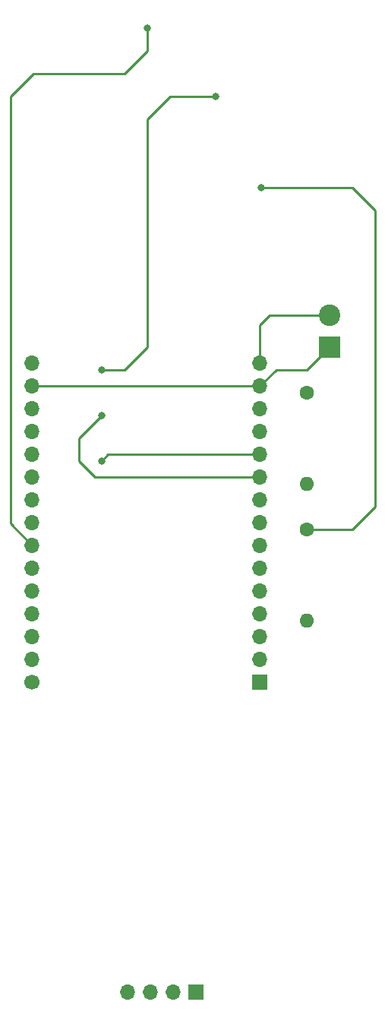
<source format=gbr>
%TF.GenerationSoftware,KiCad,Pcbnew,(6.0.5-0)*%
%TF.CreationDate,2022-05-16T13:23:45-04:00*%
%TF.ProjectId,test_project,74657374-5f70-4726-9f6a-6563742e6b69,rev?*%
%TF.SameCoordinates,Original*%
%TF.FileFunction,Copper,L2,Bot*%
%TF.FilePolarity,Positive*%
%FSLAX46Y46*%
G04 Gerber Fmt 4.6, Leading zero omitted, Abs format (unit mm)*
G04 Created by KiCad (PCBNEW (6.0.5-0)) date 2022-05-16 13:23:45*
%MOMM*%
%LPD*%
G01*
G04 APERTURE LIST*
%TA.AperFunction,ComponentPad*%
%ADD10C,1.600000*%
%TD*%
%TA.AperFunction,ComponentPad*%
%ADD11O,1.600000X1.600000*%
%TD*%
%TA.AperFunction,ComponentPad*%
%ADD12R,1.700000X1.700000*%
%TD*%
%TA.AperFunction,ComponentPad*%
%ADD13O,1.700000X1.700000*%
%TD*%
%TA.AperFunction,ComponentPad*%
%ADD14C,1.700000*%
%TD*%
%TA.AperFunction,ComponentPad*%
%ADD15R,2.400000X2.400000*%
%TD*%
%TA.AperFunction,ComponentPad*%
%ADD16C,2.400000*%
%TD*%
%TA.AperFunction,ViaPad*%
%ADD17C,0.800000*%
%TD*%
%TA.AperFunction,Conductor*%
%ADD18C,0.250000*%
%TD*%
G04 APERTURE END LIST*
D10*
%TO.P,R2,1*%
%TO.N,Net-(R2-Pad1)*%
X139700000Y-76200000D03*
D11*
%TO.P,R2,2*%
%TO.N,Net-(R2-Pad2)*%
X139700000Y-86360000D03*
%TD*%
D12*
%TO.P,U1,1,EN*%
%TO.N,unconnected-(U1-Pad1)*%
X134507500Y-108492500D03*
D13*
%TO.P,U1,2,VP*%
%TO.N,unconnected-(U1-Pad2)*%
X134507500Y-105952500D03*
%TO.P,U1,3,VN*%
%TO.N,unconnected-(U1-Pad3)*%
X134507500Y-103412500D03*
%TO.P,U1,4,GPIO34*%
%TO.N,unconnected-(U1-Pad4)*%
X134507500Y-100872500D03*
%TO.P,U1,5,GPIO35*%
%TO.N,unconnected-(U1-Pad5)*%
X134507500Y-98332500D03*
%TO.P,U1,6,GPIO32*%
%TO.N,Net-(R1-Pad2)*%
X134507500Y-95792500D03*
%TO.P,U1,7,GPIO33*%
%TO.N,Net-(R2-Pad2)*%
X134507500Y-93252500D03*
%TO.P,U1,8,GPIO25*%
%TO.N,unconnected-(U1-Pad8)*%
X134507500Y-90712500D03*
%TO.P,U1,9,GPIO26*%
%TO.N,Net-(U1-Pad9)*%
X134507500Y-88172500D03*
%TO.P,U1,10,GPIO27*%
%TO.N,Net-(U1-Pad10)*%
X134507500Y-85632500D03*
%TO.P,U1,11,GPIO14*%
%TO.N,Net-(U1-Pad11)*%
X134507500Y-83092500D03*
%TO.P,U1,12,GPIO12*%
%TO.N,Net-(U1-Pad12)*%
X134507500Y-80552500D03*
%TO.P,U1,13,GPIO13*%
%TO.N,unconnected-(U1-Pad13)*%
X134507500Y-78012500D03*
%TO.P,U1,14,GND*%
%TO.N,GND*%
X134507500Y-75472500D03*
%TO.P,U1,15,VIN*%
%TO.N,+5V*%
X134507500Y-72932500D03*
%TO.P,U1,16,3.3V*%
%TO.N,Net-(U1-Pad16)*%
X109107500Y-72932500D03*
%TO.P,U1,17,GND*%
%TO.N,GND*%
X109107500Y-75472500D03*
%TO.P,U1,18,GPIO15*%
%TO.N,unconnected-(U1-Pad18)*%
X109107500Y-78012500D03*
%TO.P,U1,19,GPIO2*%
%TO.N,unconnected-(U1-Pad19)*%
X109107500Y-80552500D03*
%TO.P,U1,20,GPIO4*%
%TO.N,unconnected-(U1-Pad20)*%
X109107500Y-83092500D03*
%TO.P,U1,21,RX2*%
%TO.N,unconnected-(U1-Pad21)*%
X109107500Y-85632500D03*
%TO.P,U1,22,TX2*%
%TO.N,unconnected-(U1-Pad22)*%
X109107500Y-88172500D03*
%TO.P,U1,23,GPIO5*%
%TO.N,Net-(U1-Pad23)*%
X109107500Y-90712500D03*
%TO.P,U1,24,D18/SCK*%
%TO.N,Net-(U1-Pad24)*%
X109107500Y-93252500D03*
%TO.P,U1,25,D19/MISO*%
%TO.N,Net-(U1-Pad25)*%
X109107500Y-95792500D03*
%TO.P,U1,26,D21/SDA*%
%TO.N,Net-(U1-Pad26)*%
X109107500Y-98332500D03*
%TO.P,U1,27,RX0*%
%TO.N,unconnected-(U1-Pad27)*%
X109107500Y-100872500D03*
%TO.P,U1,28,TX0*%
%TO.N,unconnected-(U1-Pad28)*%
X109107500Y-103412500D03*
%TO.P,U1,29,D22/SCL*%
%TO.N,Net-(U1-Pad29)*%
X109107500Y-105952500D03*
D14*
%TO.P,U1,30,D23/MOSI*%
%TO.N,unconnected-(U1-Pad30)*%
X109107500Y-108492500D03*
%TD*%
D10*
%TO.P,R1,1*%
%TO.N,Net-(R1-Pad1)*%
X139700000Y-91440000D03*
D11*
%TO.P,R1,2*%
%TO.N,Net-(R1-Pad2)*%
X139700000Y-101600000D03*
%TD*%
D12*
%TO.P,U3,1,GND*%
%TO.N,GND*%
X127360000Y-143010000D03*
D13*
%TO.P,U3,2,VCC*%
%TO.N,Net-(U1-Pad16)*%
X124820000Y-143010000D03*
%TO.P,U3,3,SCL*%
%TO.N,Net-(U1-Pad29)*%
X122280000Y-143010000D03*
%TO.P,U3,4,SDA*%
%TO.N,Net-(U1-Pad26)*%
X119740000Y-143010000D03*
%TD*%
D15*
%TO.P,J1,1,Pin_1*%
%TO.N,GND*%
X142240000Y-71120000D03*
D16*
%TO.P,J1,2,Pin_2*%
%TO.N,+5V*%
X142240000Y-67620000D03*
%TD*%
D17*
%TO.N,Net-(R1-Pad1)*%
X134620000Y-53340000D03*
%TO.N,Net-(U1-Pad10)*%
X116840000Y-78740000D03*
X129540000Y-43180000D03*
X116840000Y-73660000D03*
%TO.N,Net-(U1-Pad11)*%
X116840000Y-83820000D03*
%TO.N,Net-(U1-Pad24)*%
X121920000Y-35560000D03*
%TD*%
D18*
%TO.N,GND*%
X139700000Y-73660000D02*
X142240000Y-71120000D01*
X127727500Y-75472500D02*
X134507500Y-75472500D01*
X134507500Y-75472500D02*
X136320000Y-73660000D01*
X109107500Y-75472500D02*
X127727500Y-75472500D01*
X136320000Y-73660000D02*
X139700000Y-73660000D01*
%TO.N,+5V*%
X135580000Y-67620000D02*
X142240000Y-67620000D01*
X134507500Y-72932500D02*
X134507500Y-68692500D01*
X134507500Y-68692500D02*
X135580000Y-67620000D01*
%TO.N,Net-(R1-Pad1)*%
X139700000Y-91440000D02*
X144780000Y-91440000D01*
X147320000Y-88900000D02*
X147320000Y-55880000D01*
X147320000Y-55880000D02*
X144780000Y-53340000D01*
X144780000Y-53340000D02*
X134620000Y-53340000D01*
X144780000Y-91440000D02*
X147320000Y-88900000D01*
%TO.N,Net-(U1-Pad10)*%
X116112500Y-85632500D02*
X114300000Y-83820000D01*
X124460000Y-43180000D02*
X129540000Y-43180000D01*
X119380000Y-73660000D02*
X121920000Y-71120000D01*
X116840000Y-73660000D02*
X119380000Y-73660000D01*
X134507500Y-85632500D02*
X116112500Y-85632500D01*
X121920000Y-45720000D02*
X124460000Y-43180000D01*
X114300000Y-81280000D02*
X116840000Y-78740000D01*
X114300000Y-83820000D02*
X114300000Y-81280000D01*
X121920000Y-71120000D02*
X121920000Y-45720000D01*
%TO.N,Net-(U1-Pad11)*%
X116840000Y-83820000D02*
X117567500Y-83092500D01*
X117567500Y-83092500D02*
X134507500Y-83092500D01*
%TO.N,Net-(U1-Pad24)*%
X121920000Y-38100000D02*
X119380000Y-40640000D01*
X109220000Y-40640000D02*
X106680000Y-43180000D01*
X106680000Y-43180000D02*
X106680000Y-90825000D01*
X121920000Y-35560000D02*
X121920000Y-38100000D01*
X119380000Y-40640000D02*
X109220000Y-40640000D01*
X106680000Y-90825000D02*
X109107500Y-93252500D01*
%TD*%
M02*

</source>
